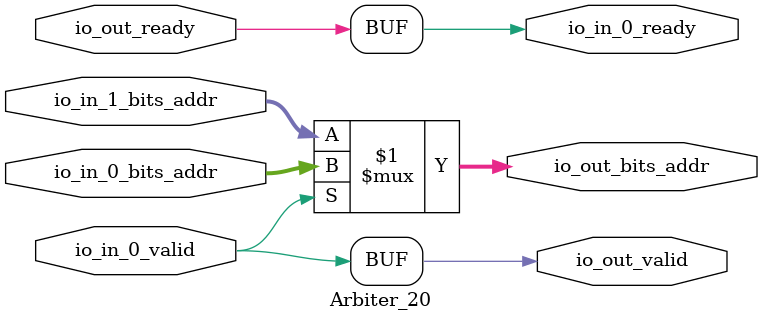
<source format=sv>
`ifndef RANDOMIZE
  `ifdef RANDOMIZE_REG_INIT
    `define RANDOMIZE
  `endif // RANDOMIZE_REG_INIT
`endif // not def RANDOMIZE
`ifndef RANDOMIZE
  `ifdef RANDOMIZE_MEM_INIT
    `define RANDOMIZE
  `endif // RANDOMIZE_MEM_INIT
`endif // not def RANDOMIZE

`ifndef RANDOM
  `define RANDOM $random
`endif // not def RANDOM

// Users can define 'PRINTF_COND' to add an extra gate to prints.
`ifndef PRINTF_COND_
  `ifdef PRINTF_COND
    `define PRINTF_COND_ (`PRINTF_COND)
  `else  // PRINTF_COND
    `define PRINTF_COND_ 1
  `endif // PRINTF_COND
`endif // not def PRINTF_COND_

// Users can define 'ASSERT_VERBOSE_COND' to add an extra gate to assert error printing.
`ifndef ASSERT_VERBOSE_COND_
  `ifdef ASSERT_VERBOSE_COND
    `define ASSERT_VERBOSE_COND_ (`ASSERT_VERBOSE_COND)
  `else  // ASSERT_VERBOSE_COND
    `define ASSERT_VERBOSE_COND_ 1
  `endif // ASSERT_VERBOSE_COND
`endif // not def ASSERT_VERBOSE_COND_

// Users can define 'STOP_COND' to add an extra gate to stop conditions.
`ifndef STOP_COND_
  `ifdef STOP_COND
    `define STOP_COND_ (`STOP_COND)
  `else  // STOP_COND
    `define STOP_COND_ 1
  `endif // STOP_COND
`endif // not def STOP_COND_

// Users can define INIT_RANDOM as general code that gets injected into the
// initializer block for modules with registers.
`ifndef INIT_RANDOM
  `define INIT_RANDOM
`endif // not def INIT_RANDOM

// If using random initialization, you can also define RANDOMIZE_DELAY to
// customize the delay used, otherwise 0.002 is used.
`ifndef RANDOMIZE_DELAY
  `define RANDOMIZE_DELAY 0.002
`endif // not def RANDOMIZE_DELAY

// Define INIT_RANDOM_PROLOG_ for use in our modules below.
`ifndef INIT_RANDOM_PROLOG_
  `ifdef RANDOMIZE
    `ifdef VERILATOR
      `define INIT_RANDOM_PROLOG_ `INIT_RANDOM
    `else  // VERILATOR
      `define INIT_RANDOM_PROLOG_ `INIT_RANDOM #`RANDOMIZE_DELAY begin end
    `endif // VERILATOR
  `else  // RANDOMIZE
    `define INIT_RANDOM_PROLOG_
  `endif // RANDOMIZE
`endif // not def INIT_RANDOM_PROLOG_

module Arbiter_20(
  input         io_in_0_valid,
  input  [11:0] io_in_0_bits_addr,
                io_in_1_bits_addr,
  input         io_out_ready,
  output        io_in_0_ready,
                io_out_valid,
  output [11:0] io_out_bits_addr
);

  assign io_in_0_ready = io_out_ready;
  assign io_out_valid = io_in_0_valid;
  assign io_out_bits_addr = io_in_0_valid ? io_in_0_bits_addr : io_in_1_bits_addr;	// @[Arbiter.scala:136:15, :138:26, :140:19]
endmodule


</source>
